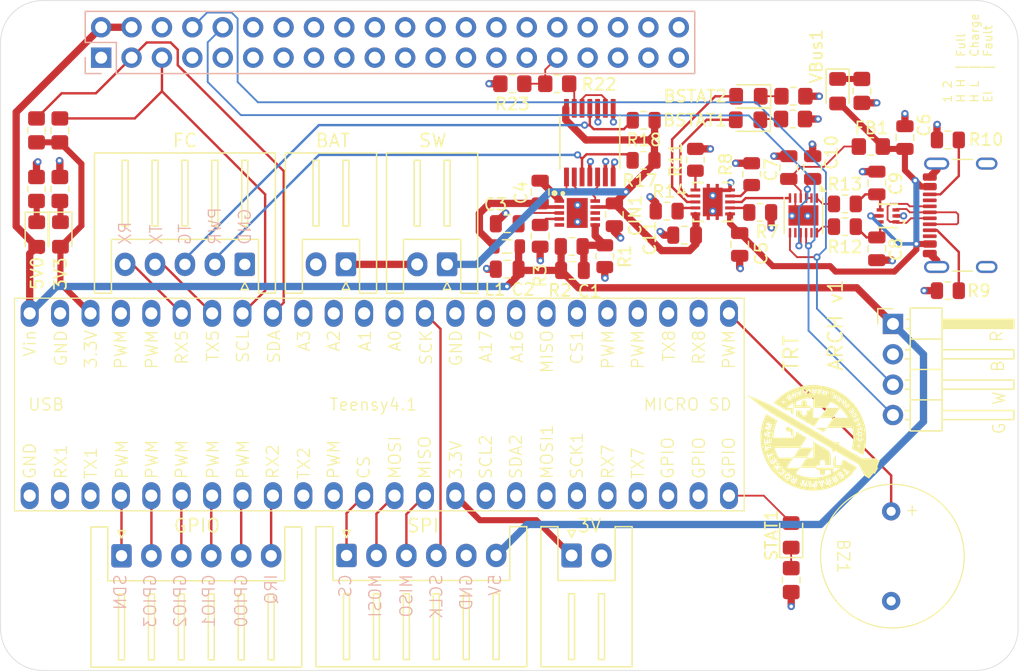
<source format=kicad_pcb>
(kicad_pcb (version 20240108) (generator "pcbnew") (generator_version "8.0")
  (layers (0 "F.Cu" signal) (1 "In1.Cu" signal) (2 "In2.Cu" signal) (31 "B.Cu" signal) (34 "B.Paste" user) (35 "F.Paste" user) (36 "B.SilkS" user "B.Silkscreen") (37 "F.SilkS" user "F.Silkscreen") (38 "B.Mask" user) (39 "F.Mask" user) (44 "Edge.Cuts" user))
  (net 0 "")
  (net 1 "Net-(BZ1--)")
  (net 2 "GND")
  (net 3 "Net-(U1-FB)")
  (net 4 "+5V")
  (net 5 "Net-(U1-INTVCC)")
  (net 6 "Net-(U1-BST)")
  (net 7 "Net-(U1-SW)")
  (net 8 "VBUS")
  (net 9 "Net-(U4-VCC)")
  (net 10 "D+")
  (net 11 "D-")
  (net 12 "Net-(U4-3V3OUT)")
  (net 13 "VBAT")
  (net 14 "GPIO2")
  (net 15 "SDA1")
  (net 16 "MOSI")
  (net 17 "GPIO3")
  (net 18 "SCL1")
  (net 19 "SDN")
  (net 20 "GPIO1")
  (net 21 "IRQ")
  (net 22 "CS")
  (net 23 "GPIO0")
  (net 24 "MISO")
  (net 42 "RXD")
  (net 45 "TXD")
  (net 52 "SCLK")
  (net 53 "+3.3V")
  (net 54 "Net-(J10-D--PadA7)")
  (net 55 "Net-(J10-CC2)")
  (net 56 "Net-(J10-CC1)")
  (net 57 "Net-(J10-D+-PadA6)")
  (net 60 "Net-(U1-RT)")
  (net 61 "Net-(U2-ISET)")
  (net 62 "Net-(U2-TS)")
  (net 63 "Net-(U2-CHM_TMR)")
  (net 64 "Net-(U4-USBDP)")
  (net 65 "Net-(U4-USBDM)")
  (net 66 "Net-(U2-VSET)")
  (net 70 "PWR_EN")
  (net 71 "BSTAT1")
  (net 72 "BSTAT2")
  (net 75 "Net-(VBus1-K)")
  (net 100 "PWR")
  (net 101 "IN_TG")
  (net 102 "EN")
  (net 103 "Net-(U5-D2)")
  (net 104 "TG")
  (net 105 "Net-(U5-D1)")
  (net 106 "TXC")
  (net 107 "RXC")
  (net 110 "Net-(BSTAT1-K)")
  (net 111 "Net-(BSTAT2-K)")
  (net 112 "+3.3V1")
  (net 113 "Net-(STAT1-K)")
  (net 114 "STAT1")
  (net 115 "Net-(3V3-K)")
  (net 116 "Net-(5V0-K)")
  (net 117 "Net-(U5-Q2)")
  (net 118 "Net-(J4-Pin_2)")
  (footprint "Avionics:FT234XD" (layer "F.Cu") (at 171.87 85.97 -90)
    (property "Reference" "U4" (hide yes))
    (property "Value" "FT234XD" (hide yes))
  )
  (footprint "Resistor_SMD:R_0805_2012Metric_Pad1.20x1.40mm_HandSolder" (layer "F.Cu") (at 171.03 76.005)
    (property "Reference" "R19" (hide yes))
    (property "Value" "2k" (hide yes))
  )
  (footprint "Resistor_SMD:R_0805_2012Metric_Pad1.20x1.40mm_HandSolder" (layer "F.Cu") (at 177.5 80.21)
    (property "Reference" "FB1")
    (property "Value" "FerriteBead" (hide yes))
  )
  (footprint "Resistor_SMD:R_0805_2012Metric" (layer "F.Cu") (at 158.525 78.015 180)
    (property "Reference" "R18")
    (property "Value" "100k" (hide yes))
  )
  (footprint "Connector_JST:JST_XH_S2B-XH-A_1x02_P2.50mm_Horizontal" (layer "F.Cu") (at 152.5 114.4)
    (property "Reference" "J8" (hide yes))
    (property "Value" "Conn_01x02_Pin" (hide yes))
  )
  (footprint "Connector_JST:JST_XH_S2B-XH-A_1x02_P2.50mm_Horizontal" (layer "F.Cu") (at 142.1 90.06 180)
    (property "Reference" "J4" (hide yes))
    (property "Value" "Conn_01x02" (hide yes))
  )
  (footprint "Connector_JST:JST_XH_S6B-XH-A_1x06_P2.50mm_Horizontal" (layer "F.Cu") (at 114.9 114.425)
    (property "Reference" "J9" (hide yes))
    (property "Value" "Conn_01x06_Pin" (hide yes))
  )
  (footprint "Resistor_SMD:R_0805_2012Metric_Pad1.20x1.40mm_HandSolder" (layer "F.Cu") (at 176.75 75.56 -90)
    (property "Reference" "R5" (hide yes))
    (property "Value" "2k" (hide yes))
  )
  (footprint "LED_SMD:LED_0805_2012Metric_Pad1.15x1.40mm_HandSolder" (layer "F.Cu") (at 167.275 76.01 180)
    (property "Reference" "BSTAT2")
    (property "Value" "LED" (hide yes))
  )
  (footprint "Resistor_SMD:R_0805_2012Metric" (layer "F.Cu") (at 183.9375 92.26)
    (property "Reference" "R9")
    (property "Value" "5.1k" (hide yes))
  )
  (footprint "Resistor_SMD:R_0805_2012Metric_Pad1.20x1.40mm_HandSolder" (layer "F.Cu") (at 151.3 74.96 180)
    (property "Reference" "R22")
    (property "Value" "13k" (hide yes))
  )
  (footprint "Resistor_SMD:R_0805_2012Metric_Pad1.20x1.40mm_HandSolder" (layer "F.Cu") (at 109.75 78.86 90)
    (property "Reference" "R6" (hide yes))
    (property "Value" "4.7k" (hide yes))
  )
  (footprint "LED_SMD:LED_0805_2012Metric_Pad1.15x1.40mm_HandSolder" (layer "F.Cu") (at 174.725 75.5875 -90)
    (property "Reference" "VBus1")
    (property "Value" "LED" (hide yes))
  )
  (footprint "Capacitor_SMD:C_0805_2012Metric" (layer "F.Cu") (at 178 88.76 90)
    (property "Reference" "C8")
    (property "Value" "47pF" (hide yes))
  )
  (footprint "Connector_JST:JST_XH_S5B-XH-A_1x05_P2.50mm_Horizontal" (layer "F.Cu") (at 125.2 90.06 180)
    (property "Reference" "J1" (hide yes))
    (property "Value" "Conn_01x05_Pin" (hide yes))
  )
  (footprint "Resistor_SMD:R_0805_2012Metric" (layer "F.Cu") (at 168.2575 85.72 180)
    (property "Reference" "R7")
    (property "Value" "390" (hide yes))
  )
  (footprint "Resistor_SMD:R_0805_2012Metric" (layer "F.Cu") (at 175.3325 85.01)
    (property "Reference" "R13")
    (property "Value" "27" (hide yes))
  )
  (footprint "Connector_USB:USB_C_Receptacle_GCT_USB4105-xx-A_16P_TopMnt_Horizontal" (layer "F.Cu") (at 186.105 85.96 90)
    (property "Reference" "J10" (hide yes))
    (property "Value" "USB_C_Receptacle_USB2.0_16P" (hide yes))
  )
  (footprint "Capacitor_SMD:C_0805_2012Metric" (layer "F.Cu") (at 149.875 84.015 90)
    (property "Reference" "C4")
    (property "Value" ".1uF" (hide yes))
  )
  (footprint "Resistor_SMD:R_0805_2012Metric_Pad1.20x1.40mm_HandSolder" (layer "F.Cu") (at 107.8 78.86 -90)
    (property "Reference" "R4" (hide yes))
    (property "Value" "4.7k" (hide yes))
  )
  (footprint "Resistor_SMD:R_0805_2012Metric_Pad1.20x1.40mm_HandSolder" (layer "F.Cu") (at 147.55 74.96 180)
    (property "Reference" "R23")
    (property "Value" "8.2k" (hide yes))
  )
  (footprint "Resistor_SMD:R_0805_2012Metric_Pad1.20x1.40mm_HandSolder" (layer "F.Cu") (at 171 77.91)
    (property "Reference" "R20" (hide yes))
    (property "Value" "2k" (hide yes))
  )
  (footprint "MountingHole:MountingHole_3.2mm_M3" (layer "F.Cu") (at 108.3 120.51)
    (property "Reference" "H3" (hide yes))
    (property "Value" "MountingHole" (hide yes))
  )
  (footprint "Resistor_SMD:R_0805_2012Metric_Pad1.20x1.40mm_HandSolder" (layer "F.Cu") (at 107.8 83.76 90)
    (property "Reference" "R16" (hide yes))
    (property "Value" "2k" (hide yes))
  )
  (footprint "Resistor_SMD:R_0805_2012Metric_Pad1.20x1.40mm_HandSolder" (layer "F.Cu") (at 170.85 116.46 -90)
    (property "Reference" "R21" (hide yes))
    (property "Value" "2k" (hide yes))
  )
  (footprint "Avionics:VSON10_BQ25171_3X3_TEX" (layer "F.Cu") (at 164.2928 84.844748 180)
    (property "Reference" "U2" (hide yes))
    (property "Value" "BQ25171QWDRCRQ1" (hide yes))
  )
  (footprint "Connector_PinHeader_2.54mm:PinHeader_1x04_P2.54mm_Horizontal" (layer "F.Cu") (at 179.35 95.04)
    (property "Reference" "J6" (hide yes))
    (property "Value" "Conn_01x04_Pin" (hide yes))
  )
  (footprint "Resistor_SMD:R_0805_2012Metric_Pad1.20x1.40mm_HandSolder" (layer "F.Cu") (at 109.75 83.76 90)
    (property "Reference" "R15" (hide yes))
    (property "Value" "2k" (hide yes))
  )
  (footprint "MountingHole:MountingHole_3.2mm_M3" (layer "F.Cu") (at 166.3 120.51)
    (property "Reference" "H4" (hide yes))
    (property "Value" "MountingHole" (hide yes))
  )
  (footprint "LED_SMD:LED_0805_2012Metric_Pad1.15x1.40mm_HandSolder" (layer "F.Cu") (at 109.8 87.56 -90)
    (property "Reference" "3V3")
    (property "Value" "LED" (hide yes))
  )
  (footprint "Capacitor_SMD:C_0805_2012Metric" (layer "F.Cu") (at 147.125 86.665 180)
    (property "Reference" "C3")
    (property "Value" "1uF" (hide yes))
  )
  (footprint "Avionics:CD4013BPWR" (layer "F.Cu") (at 154.025 79.885 90)
    (property "Reference" "U5" (hide yes))
    (property "Value" "CD4013BPWR" (hide yes))
  )
  (footprint "Capacitor_SMD:C_0805_2012Metric" (layer "F.Cu") (at 170.645 81.97 -90)
    (property "Reference" "C7")
    (property "Value" "4.7u" (hide yes))
  )
  (footprint "Avionics:USBLC6-2P6" (layer "F.Cu") (at 178.9396 86.010001 180)
    (property "Reference" "U3" (hide yes))
    (property "Value" "USBLC6-2P6")
  )
  (footprint "MountingHole:MountingHole_3.2mm_M3" (layer "F.Cu") (at 166.3 71.51)
    (property "Reference" "H2" (hide yes))
    (property "Value" "MountingHole" (hide yes))
  )
  (footprint "MountingHole:MountingHole_3.2mm_M3" (layer "F.Cu") (at 108.3 71.51)
    (property "Reference" "H1" (hide yes))
    (property "Value" "MountingHole" (hide yes))
  )
  (footprint "Resistor_SMD:R_0805_2012Metric" (layer "F.Cu") (at 160.445 85.61 180)
    (property "Reference" "R14")
    (property "Value" "3k6" (hide yes))
  )
  (footprint "Resistor_SMD:R_0805_2012Metric" (layer "F.Cu") (at 155.275 89.3775 90)
    (property "Reference" "R1")
    (property "Value" "187kΩ" (hide yes))
  )
  (footprint "Connector_JST:JST_XH_S2B-XH-A_1x02_P2.50mm_Horizontal" (layer "F.Cu") (at 133.65 90.06 180)
    (property "Reference" "J7" (hide yes))
    (property "Value" "Conn_01x02" (hide yes))
  )
  (footprint "Avionics:LT8609AEDDM-5#TRPBF" (layer "F.Cu") (at 152.975 85.765)
    (property "Reference" "U1" (hide yes))
    (property "Value" "LT8609AEDDM-5#TRPBF" (hide yes))
  )
  (footprint "Avionics:Adafruit_5V_Buzzer" (layer "F.Cu") (at 174.7 114.46 -90)
    (property "Reference" "BZ1")
    (property "Value" "Buzzer" (hide yes))
  )
  (footprint "Resistor_SMD:R_0805_2012Metric" (layer "F.Cu") (at 149.875 87.6775 -90)
    (property "Reference" "R3")
    (property "Value" "18.2kΩ" (hide yes))
  )
  (footprint "Capacitor_SMD:C_0805_2012Metric" (layer "F.Cu") (at 147.125 90.465)
    (property "Reference" "C2")
    (property "Value" "22uF" (hide yes))
  )
  (footprint "LED_SMD:LED_0805_2012Metric_Pad1.15x1.40mm_HandSolder" (layer "F.Cu") (at 107.815 87.565 -90)
    (property "Reference" "5V0")
    (property "Value" "LED" (hide yes))
  )
  (footprint "Capacitor_SMD:C_0805_2012Metric" (layer "F.Cu") (at 161.945 87.62)
    (property "Reference" "C11")
    (property "Value" "1uF" (hide yes))
  )
  (footprint "Avionics:LOGO" (layer "F.Cu") (at 172.205512 104.559661 90)
    (property "Reference" "G***" (hide yes))
    (property "Value" "LOGO" (hide yes))
  )
  (footprint "Resistor_SMD:R_0805_2012Metric" (layer "F.Cu") (at 183.9375 79.66)
    (property "Reference" "R10")
    (property "Value" "5.1k" (hide yes))
  )
  (footprint "Capacitor_SMD:C_0805_2012Metric" (layer "F.Cu") (at 172.645 81.97 -90)
    (property "Reference" "C10")
    (property "Value" "100n" (hide yes))
  )
  (footprint "Connector_JST:JST_XH_S6B-XH-A_1x06_P2.50mm_Horizontal" (layer "F.Cu") (at 133.7 114.4)
    (property "Reference" "J3" (hide yes))
    (property "Value" "Conn_01x06_Pin" (hide yes))
  )
  (footprint "Resistor_SMD:R_0805_2012Metric" (layer "F.Cu") (at 158.5125 81.365 180)
    (property "Reference" "R17")
    (property "Value" "100k" (hide yes))
  )
  (footprint "Capacitor_SMD:C_0805_2012Metric" (layer "F.Cu") (at 180.35 79.46 -90)
    (property "Reference" "C6")
    (property "Value" "10nF" (hide yes))
  )
  (footprint "LED_SMD:LED_0805_2012Metric_Pad1.15x1.40mm_HandSolder" (layer "F.Cu") (at 170.845 112.715 90)
    (property "Reference" "STAT1")
    (property "Value" "LED" (hide yes))
  )
  (footprint "Avionics:Teensy_4.1_Compact" (layer "F.Cu") (at 136.44 101.78 90)
    (property "Reference" "Teensy4.1")
    (property "Value" "~")
  )
  (footprint "Capacitor_SMD:C_0805_2012Metric" (layer "F.Cu") (at 152.575 90.565 180)
    (property "Reference" "C1")
    (property "Value" "10pF" (hide yes))
  )
  (footprint "Resistor_SMD:R_0805_2012Metric" (layer "F.Cu") (at 175.3325 86.91)
    (property "Reference" "R12")
    (property "Value" "27" (hide yes))
  )
  (footprint "Capacitor_SMD:C_0805_2012Metric" (layer "F.Cu") (at 166.545 88.395 90)
    (property "Reference" "C5")
    (property "Value" "1uF" (hide yes))
  )
  (footprint "Resistor_SMD:R_0805_2012Metric" (layer "F.Cu") (at 167.545 82.52 90)
    (property "Reference" "R8")
    (property "Value" "10k" (hide yes))
  )
  (footprint "LED_SMD:LED_0805_2012Metric_Pad1.15x1.40mm_HandSolder" (layer "F.Cu") (at 167.245 77.975 180)
    (property "Reference" "BSTAT1")
    (property "Value" "LED" (hide yes))
  )
  (footprint "Resistor_SMD:R_0805_2012Metric" (layer "F.Cu") (at 162.845 81.32 90)
    (property "Reference" "R11")
    (property "Value" "100k" (hide yes))
  )
  (footprint "Inductor_SMD:L_0805_2012Metric" (layer "F.Cu") (at 147.1125 88.565 180)
    (property "Reference" "L1")
    (property "Value" "2.2uH" (hide yes))
  )
  (footprint "Capacitor_SMD:C_0805_2012Metric" (layer "F.Cu") (at 178 83.26 -90)
    (property "Reference" "C9")
    (property "Value" "47pF" (hide yes))
  )
  (footprint "Resistor_SMD:R_0805_2012Metric" (layer "F.Cu") (at 152.5125 88.565 180)
    (property "Reference" "R2")
    (property "Value" "1MΩ" (hide yes))
  )
  (footprint "Capacitor_SMD:C_0805_2012Metric" (layer "F.Cu") (at 156.075 85.915 -90)
    (property "Reference" "CIN1")
    (property "Value" "4.7uF" (hide yes))
  )
  (footprint "Connector_PinSocket_2.54mm:PinSocket_2x20_P2.54mm_Vertical" (layer "B.Cu") (at 113.2 72.78 -90)
    (property "Reference" "J2" (hide yes))
    (property "Value" "~" (hide yes))
  )
  (gr_arc (start 104.8 71.51) (mid 105.825126 69.035126) (end 108.3 68.01) (stroke (width 0.05)) (layer "Edge.Cuts"))
  (gr_line (start 186.3 68.01) (end 108.3 68.01) (stroke (width 0.05)) (layer "Edge.Cuts"))
  (gr_line (start 189.8 120.51) (end 189.8 71.51) (stroke (width 0.05)) (layer "Edge.Cuts"))
  (gr_line (start 104.8 71.51) (end 104.800001 120.509999) (stroke (width 0.05)) (layer "Edge.Cuts"))
  (gr_arc (start 108.300001 124.009999) (mid 105.825127 122.984873) (end 104.800001 120.509999) (stroke (width 0.05)) (layer "Edge.Cuts"))
  (gr_line (start 108.300001 124.009999) (end 186.3 124.01) (stroke (width 0.05)) (layer "Edge.Cuts"))
  (gr_arc (start 189.8 120.51) (mid 188.774874 122.984874) (end 186.3 124.01) (stroke (width 0.05)) (layer "Edge.Cuts"))
  (gr_arc (start 186.3 68.01) (mid 188.774874 69.035126) (end 189.8 71.51) (stroke (width 0.05)) (layer "Edge.Cuts"))
  (gr_text "GPIO0" (at 124.9 115.9 90) (layer "B.SilkS") (effects (font (size 1 1) (thickness 0.1)) (justify left mirror)))
  (gr_text "GND" (at 143.7 115.9 90) (layer "B.SilkS") (effects (font (size 1 1) (thickness 0.1)) (justify left mirror)))
  (gr_text "TG" (at 120.2 88.5 90) (layer "B.SilkS") (effects (font (size 1 1) (thickness 0.1)) (justify right mirror)))
  (gr_text "RX" (at 115.2 88.5 90) (layer "B.SilkS") (effects (font (size 1 1) (thickness 0.1)) (justify right mirror)))
  (gr_text "SDN" (at 114.8 115.9 90) (layer "B.SilkS") (effects (font (size 1 1) (thickness 0.1)) (justify left mirror)))
  (gr_text "MISO" (at 138.7 115.9 90) (layer "B.SilkS") (effects (font (size 1 1) (thickness 0.1)) (justify left mirror)))
  (gr_text "MOSI" (at 136.1 115.9 90) (layer "B.SilkS") (effects (font (size 1 1) (thickness 0.1)) (justify left mirror)))
  (gr_text "CS" (at 133.6 115.9 90) (layer "B.SilkS") (effects (font (size 1 1) (thickness 0.1)) (justify left mirror)))
  (gr_text "GND" (at 125.2 88.5 90) (layer "B.SilkS") (effects (font (size 1 1) (thickness 0.1)) (justify right mirror)))
  (gr_text "PWR" (at 122.7 88.5 90) (layer "B.SilkS") (effects (font (size 1 1) (thickness 0.1)) (justify right mirror)))
  (gr_text "SCLK" (at 141.2 115.9 90) (layer "B.SilkS") (effects (font (size 1 1) (thickness 0.1)) (justify left mirror)))
  (gr_text "5V" (at 146.1 115.9 90) (layer "B.SilkS") (effects (font (size 1 1) (thickness 0.1)) (justify left mirror)))
  (gr_text "IRQ" (at 127.4 115.9 90) (layer "B.SilkS") (effects (font (size 1 1) (thickness 0.1)) (justify left mirror)))
  (gr_text "GPIO2" (at 119.8 115.9 90) (layer "B.SilkS") (effects (font (size 1 1) (thickness 0.1)) (justify left mirror)))
  (gr_text "TX\n" (at 117.8 88.5 90) (layer "B.SilkS") (effects (font (size 1 1) (thickness 0.1)) (justify right mirror)))
  (gr_text "GPIO3" (at 117.3 115.9 90) (layer "B.SilkS") (effects (font (size 1 1) (thickness 0.1)) (justify left mirror)))
  (gr_text "GPIO1" (at 122.2 115.9 90) (layer "B.SilkS") (effects (font (size 1 1) (thickness 0.1)) (justify left mirror)))
  (gr_text "G" (at 188.8 103.21 90) (layer "F.SilkS") (effects (font (size 1 1) (thickness 0.1)) (justify right bottom)))
  (gr_text "B" (at 188.7 98.01 90) (layer "F.SilkS") (effects (font (size 1 1) (thickness 0.1)) (justify right bottom)))
  (gr_text "1 2\nH H	| Full\nH L	| Charge\nEl	| Fault" (at 187.7 76.61 90) (layer "F.SilkS") (effects (font (size 0.7 0.7) (thickness 0.1)) (justify left bottom)))
  (gr_text "TRT\n" (at 171.55 99.11 90) (layer "F.SilkS") (effects (font (size 1.2 1.2)) (justify left bottom)))
  (gr_text "3V\n" (at 154 111.91 0) (layer "F.SilkS") (effects (font (size 1.1 1.1) (thickness 0.13))))
  (gr_text "SW\n" (at 140.9 79.71 0) (layer "F.SilkS") (effects (font (size 1.1 1.1) (thickness 0.13))))
  (gr_text "R" (at 188.6 95.51 90) (layer "F.SilkS") (effects (font (size 1 1) (thickness 0.1)) (justify right bottom)))
  (gr_text "ARCH v1" (at 175.25 99.06 90) (layer "F.SilkS") (effects (font (size 1.2 1.2)) (justify left bottom)))
  (gr_text "SPI" (at 140.1 111.91 0) (layer "F.SilkS") (effects (font (size 1.1 1.1) (thickness 0.13))))
  (gr_text "GPIO" (at 121.2 111.91 0) (layer "F.SilkS") (effects (font (size 1.1 1.1) (thickness 0.13))))
  (gr_text "BAT" (at 132.55 79.71 0) (layer "F.SilkS") (effects (font (size 1.1 1.1) (thickness 0.13))))
  (gr_text "W" (at 188.8 100.61 90) (layer "F.SilkS") (effects (font (size 1 1) (thickness 0.1)) (justify right bottom)))
  (gr_text "FC" (at 120.2 79.71 0) (layer "F.SilkS") (effects (font (size 1.1 1.1) (thickness 0.13))))
  (segment (start 165.65 94.16) (end 179.2 107.71) (width 0.2) (layer "F.Cu") (net 1))
  (segment (start 179.2 107.71) (end 179.2 110.71) (width 0.2) (layer "F.Cu") (net 1))
  (segment (start 152.975 85.135) (end 153 85.11) (width 0.6096) (layer "F.Cu") (net 2))
  (segment (start 169.17 86.98) (end 169.2 87.01) (width 0.6096) (layer "F.Cu") (net 2))
  (segment (start 176.75 76.56) (end 178 76.56) (width 0.6096) (layer "F.Cu") (net 2))
  (segment (start 159.5325 85.61) (end 159.5325 84.8925) (width 0.6096) (layer "F.Cu") (net 2))
  (segment (start 171.87 85.97) (end 172.1838 85.97) (width 0.1524) (layer "F.Cu") (net 2))
  (segment (start 171.195 84.52) (end 171.195 85.295) (width 0.1524) (layer "F.Cu") (net 2))
  (segment (start 155.325 81.485) (end 155.35 81.46) (width 0.3048) (layer "F.Cu") (net 2))
  (segment (start 146.175 90.465) (end 145.455 90.465) (width 0.6096) (layer "F.Cu") (net 2))
  (segment (start 109.75 81.425) (end 109.715 81.39) (width 0.6096) (layer "F.Cu") (net 2))
  (segment (start 154.675 77.015) (end 154.675 78.135) (width 0.3048) (layer "F.Cu") (net 2))
  (segment (start 173.195 76.005) (end 173.2 76.01) (width 0.6096) (layer "F.Cu") (net 2))
  (segment (start 172.645 80.055) (end 172.6 80.01) (width 0.6096) (layer "F.Cu") (net 2))
  (segment (start 156.075 86.865) (end 156.075 87.335) (width 0.6096) (layer "F.Cu") (net 2))
  (segment (start 154.675 78.135) (end 154.7 78.16) (width 0.3048) (layer "F.Cu") (net 2))
  (segment (start 164.2928 84.844748) (end 164.2928 85.602023) (width 0.3048) (layer "F.Cu") (net 2))
  (segment (start 172.645 81.02) (end 172.645 80.055) (width 0.6096) (layer "F.Cu") (net 2))
  (segment (start 107.8 82.76) (end 107.8 81.605) (width 0.6096) (layer "F.Cu") (net 2))
  (segment (start 183.025 92.26) (end 181.95 92.26) (width 0.6096) (layer "F.Cu") (net 2))
  (segment (start 154.025 82.755) (end 154.025 81.509265) (width 0.3048) (layer "F.Cu") (net 2))
  (segment (start 107.8 81.605) (end 107.915 81.49) (width 0.6096) (layer "F.Cu") (net 2))
  (segment (start 165.7406 83.844496) (end 165.7406 83.2694) (width 0.3048) (layer "F.Cu") (net 2))
  (segment (start 155.975 78.135) (end 156 78.16) (width 0.3048) (layer "F.Cu") (net 2))
  (segment (start 146.175 86.665) (end 146.175 86.5996) (width 0.6096) (layer "F.Cu") (net 2))
  (segment (start 164.2928 85.602023) (end 164.299017 85.60824) (width 0.3048) (layer "F.Cu") (net 2))
  (segment (start 183 90.28) (end 183 89.735) (width 0.6096) (layer "F.Cu") (net 2))
  (segment (start 160.21 87.62) (end 159.9 87.31) (width 0.6096) (layer "F.Cu") (net 2))
  (segment (start 172.03 76.005) (end 173.195 76.005) (width 0.6096) (layer "F.Cu") (net 2))
  (segment (start 183.025 82.1552) (end 182.425 82.7552) (width 0.6096) (layer "F.Cu") (net 2))
  (segment (start 146.55 74.96) (end 145.6 74.96) (width 0.6096) (layer "F.Cu") (net 2))
  (segment (start 145.455 90.465) (end 145.4 90.41) (width 0.6096) (layer "F.Cu") (net 2))
  (segment (start 178 89.71) (end 179.25 89.71) (width 0.6096) (layer "F.Cu") (net 2))
  (segment (start 152.975 85.765) (end 152.975 85.135) (width 0.6096) (layer "F.Cu") (net 2))
  (segment (start 160.995 87.62) (end 160.21 87.62) (width 0.6096) (layer "F.Cu") (net 2))
  (segment (start 178 82.31) (end 176.8 82.31) (width 0.6096) (layer "F.Cu") (net 2))
  (segment (start 166.545 89.345) (end 166.545 90.355) (width 0.6096) (layer "F.Cu") (net 2))
  (segment (start 159.5325 84.8925) (end 159.05 84.41) (width 0.6096) (layer "F.Cu") (net 2))
  (segment (start 170.85 117.46) (end 170.85 118.66) (width 0.6096) (layer "F.Cu") (net 2))
  (segment (start 149.875 89.7304) (end 149.9 89.7554) (width 0.6096) (layer "F.Cu") (net 2))
  (segment (start 155.325 82.755) (end 155.325 81.485) (width 0.3048) (layer "F.Cu") (net 2))
  (segment (start 165.7406 83.844496) (end 165.719874 83.865222) (width 0.3048) (layer "F.Cu") (net 2))
  (segment (start 156.075 87.335) (end 156.6 87.86) (width 0.6096) (layer "F.Cu") (net 2))
  (segment (start 183.025 79.66) (end 183.025 78.385) (width 0.6096) (layer "F.Cu") (net 2))
  (segment (start 171.195 85.295) (end 171.87 85.97) (width 0.1524) (layer "F.Cu") (net 2))
  (segment (start 166.545 90.355) (end 166.6 90.41) (width 0.6096) (layer "F.Cu") (net 2))
  (segment (start 155.975 82.755) (end 155.975 81.635) (width 0.3048) (layer "F.Cu") (net 2))
  (segment (start 164.2928 84.3172) (end 164.3 84.31) (width 0.3048) (layer "F.Cu") (net 2))
  (segment (start 169.17 85.72) (end 169.17 86.98) (width 0.6096) (layer "F.Cu") (net 2))
  (segment (start 167.545 81.6075) (end 166.2025 81.6075) (width 0.6096) (layer "F.Cu") (net 2))
  (segment (start 169.41 81.02) (end 169.4 81.01) (width 0.6096) (layer "F.Cu") (net 2))
  (segment (start 152.975 86.485) (end 153 86.51) (width 0.6096) (layer "F.Cu") (net 2))
  (segment (start 164.2928 84.844748) (end 164.2928 84.3172) (width 0.3048) (layer "F.Cu") (net 2))
  (segment (start 183.025 78.385) (end 183.05 78.36) (width 0.6096) (layer "F.Cu") (net 2))
  (segment (start 154.025 81.509265) (end 154.074265 81.46) (width 0.3048) (layer "F.Cu") (net 2))
  (segment (start 146.175 86.5996) (end 147 85.7746) (width 0.6096) (layer "F.Cu") (net 2))
  (segment (start 149.875 88.59) (end 149.875 89.7304) (width 0.6096) (layer "F.Cu") (net 2))
  (segment (start 162.845 80.4075) (end 164.0975 80.4075) (width 0.6096) (layer "F.Cu") (net 2))
  (segment (start 170.9588 85.97) (end 170.9188 86.01) (width 0.1524) (layer "F.Cu") (net 2))
  (segment (start 155.275 90.29) (end 155.275 91.185) (width 0.6096) (layer "F.Cu") (net 2))
  (segment (start 166.2025 81.6075) (end 166.2 81.61) (width 0.6096) (layer "F.Cu") (net 2))
  (segment (start 182.4298 89.1648) (end 182.425 89.1648) (width 0.6096) (layer "F.Cu") (net 2))
  (segment (start 179.6 86.010001) (end 180.238779 86.010001) (width 0.3) (layer "F.Cu") (net 2))
  (segment (start 155.975 81.635) (end 156.1 81.51) (width 0.3048) (layer "F.Cu") (net 2))
  (segment (start 172 77.91) (end 173.1 77.91) (width 0.6096) (layer "F.Cu") (net 2))
  (segment (start 180.35 78.51) (end 180.35 77.46) (width 0.6096) (layer "F.Cu") (net 2))
  (segment (start 165.719874 83.865222) (end 165.070759 83.865222) (width 0.3048) (layer "F.Cu") (net 2))
  (segment (start 109.75 82.76) (end 109.75 81.425) (width 0.6096) (layer "F.Cu") (net 2))
  (segment (start 155.975 77.015) (end 155.975 78.135) (width 0.3048) (layer "F.Cu") (net 2))
  (segment (start 170.645 81.02) (end 169.41 81.02) (width 0.6096) (layer "F.Cu") (net 2))
  (segment (start 172.1838 85.97) (end 172.2238 86.01) (width 0.1524) (layer "F.Cu") (net 2))
  (segment (start 164.0975 80.4075) (end 164.1 80.41) (width 0.6096) (layer "F.Cu") (net 2))
  (segment (start 165.7406 83.2694) (end 165.8 83.21) (width 0.3048) (layer "F.Cu") (net 2))
  (segment (start 179.25 89.71) (end 179.3 89.76) (width 0.6096) (layer "F.Cu") (net 2))
  (segment (start 152.975 85.765) (end 152.975 86.485) (width 0.6096) (layer "F.Cu") (net 2))
  (segment (start 155.275 91.185) (end 155.3 91.21) (width 0.6096) (layer "F.Cu") (net 2))
  (segment (start 171.87 85.97) (end 170.9588 85.97) (width 0.1524) (layer "F.Cu") (net 2))
  (segment (start 183 89.735) (end 182.4298 89.1648) (width 0.6096) (layer "F.Cu") (net 2))
  (via (at 156 78.16) (size 0.6) (drill 0.3) (layers "F.Cu" "B.Cu") (net 2))
  (via (at 153 85.11) (size 0.6) (drill 0.3) (layers "F.Cu" "B.Cu") (net 2))
  (via (at 170.9188 86.01) (size 0.6) (drill 0.3) (layers "F.Cu" "B.Cu") (net 2))
  (via (at 154.074265 81.46) (size 0.6) (drill 0.3) (layers "F.Cu" "B.Cu") (net 2))
  (via (at 181.95 92.26) (size 0.6) (drill 0.3) (layers "F.Cu" "B.Cu") (net 2))
  (via (at 147 85.7746) (size 0.6) (drill 0.3) (layers "F.Cu" "B.Cu") (net 2))
  (via (at 169.2 87.01) (size 0.6) (drill 0.3) (layers "F.Cu" "B.Cu") (net 2))
  (via (at 180.35 77.46) (size 0.6) (drill 0.3) (layers "F.Cu" "B.Cu") (net 2))
  (via (at 153 86.51) (size 0.6) (drill 0.3) (layers "F.Cu" "B.Cu") (net 2))
  (via (at 176.8 82.31) (size 0.6) (drill 0.3) (layers "F.Cu" "B.Cu") (net 2))
  (via (at 180.238779 86.010001) (size 0.6) (drill 0.3) (layers "F.Cu" "B.Cu") (net 2))
  (via (at 164.3 84.31) (size 0.6) (drill 0.3) (layers "F.Cu" "B.Cu") (net 2))
  (via (at 155.35 81.46) (size 0.6) (drill 0.3) (layers "F.Cu" "B.Cu") (net 2))
  (via (at 159.05 84.41) (size 0.6) (drill 0.3) (layers "F.Cu" "B.Cu") (net 2))
  (via (at 173.1 77.91) (size 0.6) (drill 0.3) (layers "F.Cu" "B.Cu") (net 2))
  (via (at 145.4 90.41) (size 0.6) (drill 0.3) (layers "F.Cu" "B.Cu") (net 2))
  (via (at 164.299017 85.60824) (size 0.6) (drill 0.3) (layers "F.Cu" "B.Cu") (net 2))
  (via (at 165.8 83.21) (size 0.6) (drill 0.3) (layers "F.Cu" "B.Cu") (net 2))
  (via (at 145.6 74.96) (size 0.6) (drill 0.3) (layers "F.Cu" "B.Cu") (net 2))
  (via (at 156.1 81.51) (size 0.6) (drill 0.3) (layers "F.Cu" "B.Cu") (net 2))
  (via (at 172.2238 86.01) (size 0.6) (drill 0.3) (layers "F.Cu" "B.Cu") (net 2))
  (via (at 170.85 118.66) (size 0.6) (drill 0.3) (layers "F.Cu" "B.Cu") (net 2))
  (via (at 107.915 81.49) (size 0.6) (drill 0.3) (layers "F.Cu" "B.Cu") (net 2))
  (via (at 166.2 81.61) (size 0.6) (drill 0.3) (layers "F.Cu" "B.Cu") (net 2))
  (via (at 178 76.56) (size 0.6) (drill 0.3) (layers "F.Cu" "B.Cu") (net 2))
  (via (at 155.3 91.21) (size 0.6) (drill 0.3) (layers "F.Cu" "B.Cu") (net 2))
  (via (at 166.6 90.41) (size 0.6) (drill 0.3) (layers "F.Cu" "B.Cu") (net 2))
  (via (at 173.2 76.01) (size 0.6) (drill 0.3) (layers "F.Cu" "B.Cu") (net 2))
  (via (at 172.6 80.01) (size 0.6) (drill 0.3) (layers "F.Cu" "B.Cu") (net 2))
  (via (at 109.715 81.39) (size 0.6) (drill 0.3) (layers "F.Cu" "B.Cu") (net 2))
  (via (at 183.05 78.36) (size 0.6) (drill 0.3) (layers "F.Cu" "B.Cu") (net 2))
  (via (at 179.3 89.76) (size 0.6) (drill 0.3) (layers "F.Cu" "B.Cu") (net 2))
  (via (at 156.6 87.86) (size 0.6) (drill 0.3) (layers "F.Cu" "B.Cu") (net 2))
  (via (at 169.4 81.01) (size 0.6) (drill 0.3) (layers "F.Cu" "B.Cu") (net 2))
  (via (at 159.9 87.31) (size 0.6) (drill 0.3) (layers "F.Cu" "B.Cu") (net 2))
  (via (at 149.9 89.7554) (size 0.6) (drill 0.3) (layers "F.Cu" "B.Cu") (net 2))
  (via (at 154.7 78.16) (size 0.6) (drill 0.3) (layers "F.Cu" "B.Cu") (net 2))
  (via (at 164.1 80.41) (size 0.6) (drill 0.3) (layers "F.Cu" "B.Cu") (net 2))
  (segment (start 155.275 88.465) (end 154.475 87.665) (width 0.6096) (layer "F.Cu") (net 3))
  (segment (start 154.475 87.665) (end 154.475 86.9198) (width 0.6096) (layer "F.Cu") (net 3))
  (segment (start 153.525 88.465) (end 153.425 88.565) (width 0.6096) (layer "F.Cu") (net 3))
  (segment (start 153.525 88.665) (end 153.425 88.565) (width 0.6096) (layer "F.Cu") (net 3))
  (segment (start 153.525 90.565) (end 153.525 88.665) (width 0.6096) (layer "F.Cu") (net 3))
  (segment (start 155.275 88.465) (end 153.525 88.465) (width 0.6096) (layer "F.Cu") (net 3))
  (segment (start 107.23 89.175) (end 107.815 88.59) (width 0.6096) (layer "F.Cu") (net 4))
  (segment (start 108.13 88.905) (end 107.815 88.59) (width 0.6096) (layer "F.Cu") (net 4))
  (segment (start 148.075 90.935) (end 148.075 90.465) (width 0.6096) (layer "F.Cu") (net 4))
  (segment (start 107.815 88.59) (end 106.1 86.875) (width 0.6096) (layer "F.Cu") (net 4))
  (segment (start 151.625 90.565) (end 151.625 88.59) (width 0.6096) (layer "F.Cu") (net 4))
  (segment (start 176.3296 92.0196) (end 153.0796 92.0196) (width 0.6096) (layer "F.Cu") (net 4))
  (segment (start 151.625 88.59) (end 151.6 88.565) (width 0.6096) (layer "F.Cu") (net 4))
  (segment (start 148.175 90.565) (end 148.075 90.465) (width 0.6096) (layer "F.Cu") (net 4))
  (segment (start 107.23 94.16) (end 107.23 89.175) (width 0.6096) (layer "F.Cu") (net 4))
  (segment (start 113.2 70.24) (end 115.74 70.24) (width 0.6096) (layer "F.Cu") (net 4))
  (segment (start 106.1 86.875) (end 106.1 77.34) (width 0.6096) (layer "F.Cu") (net 4))
  (segment (start 106.1 77.34) (end 113.2 70.24) (width 0.6096) (layer "F.Cu") (net 4))
  (segment (start 151.625 90.565) (end 148.175 90.565) (width 0.6096) (layer "F.Cu") (net 4))
  (segment (start 153.0796 92.0196) (end 151.625 90.565) (width 0.6096) (layer "F.Cu") (net 4))
  (segment (start 179.35 95.04) (end 176.3296 92.0196) (width 0.6096) (layer "F.Cu") (net 4))
  (segment (start 148.075 88.665) (end 148.175 88.565) (width 0.6096) (layer "F.Cu") (net 4))
  (segment (start 147.1 91.91) (end 148.075 90.935) (width 0.6096) (layer "F.Cu") (net 4))
  (segment (start 148.075 90.465) (end 148.075 88.665) (width 0.6096) (layer "F.Cu") (net 4))
  (via (at 147.1 91.91) (size 0.6) (drill 0.3) (layers "F.Cu" "B.Cu") (net 4))
  (segment (start 148.79 111.81) (end 146.2 114.4) (width 0.6096) (layer "B.Cu") (net 4))
  (segment (start 173.3 111.81) (end 148.79 111.81) (width 0.6096) (layer "B.Cu") (net 4))
  (segment (start 179.35 95.04) (end 181.9 97.59) (width 0.6096) (layer "B.Cu") (net 4))
  (segment (start 109.48 91.91) (end 107.23 94.16) (width 0.6096) (layer "B.Cu") (net 4))
  (segment (start 181.9 103.21) (end 173.3 111.81) (width 0.6096) (layer "B.Cu") (net 4))
  (segment (start 181.9 97.59) (end 181.9 103.21) (width 0.6096) (layer "B.Cu") (net 4))
  (segment (start 145.5 91.91) (end 147.1 91.91) (width 0.6096) (layer "B.Cu") (net 4))
  (segment (start 145.5 91.91) (end 109.48 91.91) (width 0.6096) (layer "B.Cu") (net 4))
  (segment (start 148.975 85.765) (end 151.475 85.765) (width 0.1524) (layer "F.Cu") (net 5))
  (segment (start 148.075 86.665) (end 148.975 85.765) (width 0.1524) (layer "F.Cu") (net 5))
  (segment (start 151.4202 84.6102) (end 151.475 84.6102) (width 0.6096) (layer "F.Cu") (net 6))
  (segment (start 149.875 83.065) (end 151.4202 84.6102) (width 0.6096) (layer "F.Cu") (net 6))
  (segment (start 150.175 85.265) (end 149.875 84.965) (width 0.3) (layer "F.Cu") (net 7))
  (segment (start 145.645 84.965) (end 149.875 84.965) (width 0.6096) (layer "F.Cu") (net 7))
  (segment (start 144.8 85.81) (end 145.645 84.965) (width 0.6096) (layer "F.Cu") (net 7))
  (segment (start 146.05 88.565) (end 144.8 87.315) (width 0.6096) (layer "F.Cu") (net 7))
  (segment (start 144.8 87.315) (end 144.8 85.81) (width 0.6096) (layer "F.Cu") (net 7))
  (segment (start 151.475 85.265) (end 150.175 85.265) (width 0.3) (layer "F.Cu") (net 7))
  (segment (start 178.2792 86.010001) (end 177.500001 86.010001) (width 0.3) (layer "F.Cu") (net 8))
  (segment (start 181.305 88.828106) (end 181.305 88.35) (width 0.508) (layer "F.Cu") (net 8))
  (segment (start 174.554 90.664) (end 179.469106 90.664) (width 0.508) (layer "F.Cu") (net 8))
  (segment (start 182.425 83.56) (end 181.715 83.56) (width 0.508) (layer "F.Cu") (net 8))
  (segment (start 174.9025 76.6125) (end 178.5 80.21) (width 0.508) (layer "F.Cu") (net 8))
  (segment (start 181.315 88.36) (end 181.305 88.35) (width 0.508) (layer "F.Cu") (net 8))
  (segment (start 178.7 80.41) (end 178.5 80.21) (width 0.508) (layer "F.Cu") (net 8))
  (segment (start 174.1 90.21) (end 169.31 90.21) (width 0.508) (layer "F.Cu") (net 8))
  (segment (start 181.205 83.05) (end 180.35 82.195) (width 0.508) (layer "F.Cu") (net 8))
  (segment (start 180.35 82.195) (end 180.35 80.41) (width 0.508) (layer "F.Cu") (net 8))
  (segment (start 177.500001 86.010001) (end 177.5 86.01) (width 0.3) (layer "F.Cu") (net 8))
  (segment (start 179.469106 90.664) (end 181.305 88.828106) (width 0.508) (layer "F.Cu") (net 8))
  (segment (start 174.725 76.6125) (end 174.9025 76.6125) (width 0.508) (layer "F.Cu") (net 8))
  (segment (start 180.35 80.41) (end 178.7 80.41) (width 0.508) (layer "F.Cu") (net 8))
  (segment (start 182.425 88.36) (end 181.315 88.36) (width 0.508) (layer "F.Cu") (net 8))
  (segment (start 174.1 90.21) (end 174.554 90.664) (width 0.508) (layer "F.Cu") (net 8))
  (segment (start 165.7406 86.6406) (end 165.7406 85.925874) (width 0.508) (layer "F.Cu") (net 8))
  (segment (start 169.31 90.21) (end 166.545 87.445) (width 0.508) (layer "F.Cu") (net 8))
  (segment (start 166.545 87.445) (end 165.7406 86.6406) (width 0.508) (layer "F.Cu") (net 8))
  (segment (start 181.715 83.56) (end 181.205 83.05) (width 0.508) (layer "F.Cu") (net 8))
  (via (at 181.305 88.35) (size 0.6) (drill 0.3) (layers "F.Cu" "B.Cu") (net 8))
  (via (at 177.5 86.01) (size 0.6) (drill 0.3) (layers "F.Cu" "B.Cu") (net 8))
  (via (at 181.205 83.05) (size 0.6) (drill 0.3) (layers "F.Cu" "B.Cu") (net 8))
  (segment (start 181.305 83.15) (end 181.205 83.05) (width 0.508) (layer "B.Cu") (net 8))
  (segment (start 177.5 86.01) (end 179.84 88.35) (width 0.3) (layer "B.Cu") (net 8))
  (segment (start 181.105 88.35) (end 181.305 88.35) (width 0.1524) (layer "B.Cu") (net 8))
  (segment (start 181.305 88.35) (end 181.305 83.15) (width 0.508) (layer "B.Cu") (net 8))
  (segment (start 179.84 88.35) (end 181.305 88.35) (width 0.3) (layer "B.Cu") (net 8))
  (segment (start 171.645 83.92) (end 171.645 84.52) (width 0.1524) (layer "F.Cu") (net 9))
  (segment (start 171.655 81.91) (end 173.578686 81.91) (width 0.1524) (layer "F.Cu") (net 9))
  (segment (start 175.278686 80.21) (end 176.5 80.21) (width 0.1524) (layer "F.Cu") (net 9))
  (segment (start 173.578686 81.91) (end 175.278686 80.21) (width 0.1524) (layer "F.Cu") (net 9))
  (segment (start 170.645 82.92) (end 171.655 81.91) (width 0.1524) (layer "F.Cu") (net 9))
  (segment (start 170.645 82.92) (end 171.645 83.92) (width 0.1524) (layer "F.Cu") (net 9))
  (segment (start 178.2792 86.51) (end 178.2792 87.5308) (width 0.2) (layer "F.Cu") (net 10))
  (segment (start 177.145 87.81) (end 176.245 86.91) (width 0.2) (layer "F.Cu") (net 10))
  (segment (start 178.2792 87.5308) (end 178 87.81) (width 0.2) (layer "F.Cu") (net 10))
  (segment (start 178 87.81) (end 177.145 87.81) (width 0.2) (layer "F.Cu") (net 10))
  (segment (start 176.445 86.61) (end 176.245 86.81) (width 0.2) (layer "F.Cu") (net 10))
  (segment (start 177.045 84.21) (end 176.245 85.01) (width 0.2) (layer "F.Cu") (net 11))
  (segment (start 178 84.21) (end 177.045 84.21) (width 0.2) (layer "F.Cu") (net 11))
  (segment (start 178.2792 84.4892) (end 178 84.21) (width 0.2) (layer "F.Cu") (net 11))
  (segment (start 176.445 85.11) (end 176.245 84.91) (width 0.2) (layer "F.Cu") (net 11))
  (segment (start 178.2792 85.510002) (end 178.2792 84.4892) (width 0.2) (layer "F.Cu") (net 11))
  (segment (start 178.2792 84.5392) (end 178 84.26) (width 0.2) (layer "F.Cu") (net 11))
  (segment (start 172.655 82.91) (end 172.645 82.92) (width 0.1524) (layer "F.Cu") (net 12))
  (segment (start 172.203889 83.361111) (end 172.645 82.92) (width 0.1524) (layer "F.Cu") (net 12))
  (segment (start 172.095 84.52) (end 172.545 84.52) (width 0.1524) (layer "F.Cu") (net 12))
  (segment (start 172.203889 83.779821) (end 172.203889 83.361111) (width 0.1524) (layer "F.Cu") (net 12))
  (segment (start 171.645 88.36) (end 171.495 88.51) (width 0.1524) (layer "F.Cu") (net 12))
  (segment (start 172.095 83.88871) (end 172.203889 83.779821) (width 0.1524) (layer "F.Cu") (net 12))
  (segment (start 172.645 82.92) (end 172.545 83.02) (width 0.1524) (layer "F.Cu") (net 12))
  (segment (start 172.095 84.52) (end 172.095 83.88871) (width 0.1524) (layer "F.Cu") (net 12))
  (segment (start 171.645 87.42) (end 171.645 88.36) (width 0.1524) (layer "F.Cu") (net 12))
  (via (at 171.495 88.51) (size 0.6) (drill 0.3) (layers "F.Cu" "B.Cu") (net 12))
  (via (at 172.203889 83.779821) (size 0.6) (drill 0.3) (layers "F.Cu" "B.Cu") (net 12))
  (segment (start 172.203889 84.606111) (end 172.203889 83.779821) (width 0.1524) (layer "B.Cu") (net 12))
  (segment (start 171.495 88.51) (end 171.495 85.315) (width 0.1524) (layer "B.Cu") (net 12))
  (segment (start 171.495 85.315) (end 171.7 85.11) (width 0.1524) (layer "B.Cu") (net 12))
  (segment (start 171.7 85.11) (end 172.203889 84.606111) (width 0.1524) (layer "B.Cu") (net 12))
  (segment (start 159.425 81.615) (end 156.075 84.965) (width 0.6096) (layer "F.Cu") (net 13))
  (segment (start 160.02 88.91) (end 162.35 88.91) (width 0.6096) (layer "F.Cu") (net 13))
  (segment (start 162.895 87.62) (end 162.895 86.026674) (width 0.6096) (layer "F.Cu") (net 13))
  (segment (start 159.425 80.0877) (end 158.9973 79.66) (width 0.6096) (layer "F.Cu") (net 13))
  (segment (start 153.694706 79.66) (end 152.0152 77.980494) (width 0.6096) (layer "F.Cu") (net 13))
  (segment (start 159.425 81.365) (end 159.425 81.615) (width 0.6096) (layer "F.Cu") (net 13))
  (segment (start 159.4375 79.2198) (end 158.9973 79.66) (width 0.6096) (layer "F.Cu") (net 13))
  (segment (start 159.425 81.365) (end 159.425 80.0877) (width 0.6096) (layer "F.Cu") (net 13))
  (segment (start 155.775 85.265) (end 156.075 84.965) (width 0.3) (layer "F.Cu") (net 13))
  (segment (start 154.475 85.265) (end 155.775 85.265) (width 0.3) (layer "F.Cu") (net 13))
  (segment (start 162.895 86.026674) (end 162.845 85.976674) (width 0.6096) (layer "F.Cu") (net 13))
  (segment (start 158.9973 79.66) (end 153.694706 79.66) (width 0.6096) (layer "F.Cu") (net 13))
  (segment (start 162.35 88.91) (end 162.895 88.365) (width 0.6096) (layer "F.Cu") (net 13))
  (segment (start 159.4375 78.015) (end 159.4375 79.2198) (width 0.6096) (layer "F.Cu") (net 13))
  (segment (start 162.895 88.365) (end 162.895 87.62) (width 0.6096) (layer "F.Cu") (net 13))
  (segment (start 152.0152 77.980494) (end 152.0152 77.015) (width 0.6096) (layer "F.Cu") (net 13))
  (segment (start 156.075 84.965) (end 160.02 88.91) (width 0.6096) (layer "F.Cu") (net 13))
  (via (at 157.04 84) (size 0.6) (drill 0.3) (layers "F.Cu" "B.Cu") (net 13))
  (segment (start 142.1 90.06) (end 144.61184 90.06) (width 0.6096) (layer "B.Cu") (net 13))
  (segment (start 150.67184 84) (end 157.04 84) (width 0.6096) (layer "B.Cu") (net 13))
  (segment (start 144.61184 90.06) (end 150.67184 84) (width 0.6096) (layer "B.Cu") (net 13))
  (segment (start 119.9 114.425) (end 119.9 109.43) (width 0.2) (layer "F.Cu") (net 14))
  (segment (start 119.75 114.39) (end 119.78 114.36) (width 0.2) (layer "F.Cu") (net 14))
  (segment (start 119.6 72.11) (end 119 71.51) (width 0.2) (layer "F.Cu") (net 15))
  (segment (start 127.55 94.16) (end 128.45 93.26) (width 0.2) (layer "F.Cu") (net 15))
  (segment (start 119.6 73.41) (end 119.6 72.11) (width 0.2) (layer "F.Cu") (net 15))
  (segment (start 107.8 77.86) (end 109.9 75.76) (width 0.2) (layer "F.Cu") (net 15))
  (segment (start 128.45 82.26) (end 119.6 73.41) (width 0.2) (layer "F.Cu") (net 15))
  (segment (start 128.45 93.26) (end 128.45 82.26) (width 0.2) (layer "F.Cu") (net 15))
  (segment (start 119 71.51) (end 117.01 71.51) (width 0.2) (layer "F.Cu") (net 15))
  (segment (start 109.9 75.76) (end 112.76 75.76) (width 0.2) (layer "F.Cu") (net 15))
  (segment (start 112.76 75.76) (end 115.74 72.78) (width 0.2) (layer "F.Cu") (net 15))
  (segment (start 117.01 71.51) (end 115.74 72.78) (width 0.2) (layer "F.Cu") (net 15))
  (segment (start 136.2 114.4) (end 136.2 110.91) (width 0.2) (layer "F.Cu") (net 16))
  (segment (start 136.2 110.91) (end 137.71 109.4) (width 0.2) (layer "F.Cu") (net 16))
  (segment (start 117.4 114.425) (end 117.4 109.41) (width 0.2) (layer "F.Cu") (net 17))
  (segment (start 117.25 114.37) (end 117.24 114.36) (width 0.2) (layer "F.Cu") (net 17))
  (segment (start 126.9 84.21) (end 118.28 75.59) (width 0.2) (layer "F.Cu") (net 18))
  (segment (start 109.75 77.86) (end 116.01 77.86) (width 0.2) (layer "F.Cu") (net 18))
  (segment (start 116.01 77.86) (end 118.28 75.59) (width 0.2) (layer "F.Cu") (net 18))
  (segment (start 118.28 75.59) (end 118.28 72.78) (width 0.2) (layer "F.Cu") (net 18))
  (segment (start 126.9 92.27) (end 126.9 84.21) (width 0.2) (layer "F.Cu") (net 18))
  (segment (start 125.01 94.16) (end 126.9 92.27) (width 0.2) (layer "F.Cu") (net 18))
  (segment (start 114.75 114.41) (end 114.7 114.36) (width 0.2) (layer "F.Cu") (net 19))
  (segment (start 114.9 114.425) (end 114.9 109.45) (width 0.2) (layer "F.Cu") (net 19))
  (segment (start 122.25 114.43) (end 122.32 114.36) (width 0.2) (layer "F.Cu") (net 20))
  (segment (start 122.4 114.425) (end 122.4 109.47) (width 0.2) (layer "F.Cu") (net 20))
  (segment (start 127.25 114.51) (end 127.4 114.36) (width 0.2) (layer "F.Cu") (net 21))
  (segment (start 127.4 114.425) (end 127.4 109.55) (width 0.2) (layer "F.Cu") (net 21))
  (segment (start 133.7 114.4) (end 133.7 110.87) (width 0.2) (layer "F.Cu") (net 22))
  (segment (start 133.7 110.87) (end 135.17 109.4) (width 0.2) (layer "F.Cu") (net 22))
  (segment (start 124.9 114.425) (end 124.9 109.51) (width 0.2) (layer "F.Cu") (net 23))
  (segment (start 124.75 114.47) (end 124.86 114.36) (width 0.2) (layer "F.Cu") (net 23))
  (segment (start 138.7 114.4) (end 138.7 110.95) (width 0.2) (layer "F.Cu") (net 24))
  (segment (start 138.7 110.95) (end 140.25 109.4) (width 0.2) (layer "F.Cu") (net 24))
  (segment (start 172.095 88.309997) (end 172.295003 88.51) (width 0.1524) (layer "F.Cu") (net 42))
  (segment (start 172.095 87.42) (end 172.095 88.309997) (width 0.1524) (layer "F.Cu") (net 42))
  (via (at 172.295003 88.51) (size 0.6) (drill 0.3) (layers "F.Cu" "B.Cu") (net 42))
  (segment (start 172.8 88.005003) (end 172.8 83.11) (width 0.1524) (layer "B.Cu") (net 42))
  (segment (start 124.8738 77.5838) (end 122.1 74.81) (width 0.1524) (layer "B.Cu") (net 42))
  (segment (start 122.1 74.81) (end 122.1 71.5) (width 0.1524) (layer "B.Cu") (net 42))
  (segment (start 179.35 102.66) (end 172.295003 95.605003) (width 0.1524) (layer "B.Cu") (net 42))
  (segment (start 122.1 71.5) (end 123.36 70.24) (width 0.1524) (layer "B.Cu") (net 42))
  (segment (start 172.295003 88.51) (end 172.8 88.005003) (width 0.1524) (layer "B.Cu") (net 42))
  (segment (start 167.3 77.61) (end 156.26487 77.61) (width 0.1524) (layer "B.Cu") (net 42))
  (segment (start 156.23867 77.5838) (end 124.8738 77.5838) (width 0.1524) (layer "B.Cu") (net 42))
  (segment (start 172.8 83.11) (end 167.3 77.61) (width 0.1524) (layer "B.Cu") (net 42))
  (segment (start 172.295003 95.605003) (end 172.295003 88.51) (width 0.1524) (layer "B.Cu") (net 42))
  (segment (start 156.26487 77.61) (end 156.23867 77.5838) (width 0.1524) (layer "B.Cu") (net 42))
  (segment (start 171.3329 89.456) (end 173 89.456) (width 0.1524) (layer "F.Cu") (net 45))
  (segment (start 170.745 88.8681) (end 171.3329 89.456) (width 0.1524) (layer "F.Cu") (net 45))
  (segment (start 170.745 87.42) (end 170.745 88.8681) (width 0.1524) (layer "F.Cu") (net 45))
  (via (at 173 89.456) (size 0.6) (drill 0.3) (layers "F.Cu" "B.Cu") (net 45))
  (segment (start 179.35 100.12) (end 173 93.77) (width 0.1524) (layer "B.Cu") (net 45))
  (segment (start 126.3 76.51) (end 167.898368 76.51) (width 0.1524) (layer "B.Cu") (net 45))
  (segment (start 124.6 74.81) (end 126.3 76.51) (width 0.1524) (layer "B.Cu") (net 45))
  (segment (start 122.05 69.01) (end 124.1 69.01) (width 0.1524) (layer "B.Cu") (net 45))
  (segment (start 173 93.77) (end 173 89.456) (width 0.1524) (layer "B.Cu") (net 45))
  (segment (start 124.1 69.01) (end 124.6 69.51) (width 0.1524) (layer "B.Cu") (net 45))
  (segment (start 173.75 82.361632) (end 173.75 88.706) (width 0.1524) (layer "B.Cu") (net 45))
  (segment (start 124.6 69.51) (end 124.6 74.81) (width 0.1524) (layer "B.Cu") (net 45))
  (segment (start 167.898368 76.51) (end 173.75 82.361632) (width 0.1524) (layer "B.Cu") (net 45))
  (segment (start 173.75 88.706) (end 173 89.456) (width 0.1524) (layer "B.Cu") (net 45))
  (segment (start 120.82 70.24) (end 122.05 69.01) (width 0.1524) (layer "B.Cu") (net 45))
  (segment (start 141.2 114.4) (end 141.55 114.05) (width 0.2) (layer "F.Cu") (net 52))
  (segment (start 141.55 114.05) (end 141.55 95.46) (width 0.2) (layer "F.Cu") (net 52))
  (segment (start 141.55 95.46) (end 140.25 94.16) (width 0.2) (layer "F.Cu") (net 52))
  (segment (start 144.84 111.45) (end 149.55 111.45) (width 0.508) (layer "F.Cu") (net 53))
  (segment (start 142.79 109.4) (end 144.84 111.45) (width 0.508) (layer "F.Cu") (net 53))
  (segment (start 149.55 111.45) (end 152.5 114.4) (width 0.508) (layer "F.Cu") (net 53))
  (segment (start 180.477449 85.433801) (end 179.676201 85.433801) (width 0.1524) (layer "F.Cu") (net 54))
  (segment (start 184.8 86.585) (end 184.8 85.885) (width 0.1524) (layer "F.Cu") (net 54))
  (segment (start 184.8 85.885) (end 184.625 85.71) (width 0.1524) (layer "F.Cu") (net 54))
  (segment (start 182.425 85.71) (end 180.753648 85.71) (width 0.1524) (layer "F.Cu") (net 54))
  (segment (start 184.675 86.71) (end 184.8 86.585) (width 0.1524) (layer "F.Cu") (net 54))
  (segment (start 184.625 85.71) (end 182.425 85.71) (width 0.1524) (layer "F.Cu") (net 54))
  (segment (start 179.676201 85.433801) (end 179.6 85.510002) (width 0.1524) (layer "F.Cu") (net 54))
  (segment (start 180.753648 85.71) (end 180.477449 85.433801) (width 0.1524) (layer "F.Cu") (net 54))
  (segment (start 182.425 86.71) (end 184.675 86.71) (width 0.1524) (layer "F.Cu") (net 54))
  (segment (start 184.85 82.674594) (end 184.85 79.66) (width 0.2) (layer "F.Cu") (net 55))
  (segment (start 183.314594 84.21) (end 184.85 82.674594) (width 0.2) (layer "F.Cu") (net 55))
  (segment (start 182.425 84.21) (end 183.314594 84.21) (width 0.2) (layer "F.Cu") (net 55))
  (segment (start 182.425 87.21) (end 183.03241 87.21) (width 0.2) (layer "F.Cu") (net 56))
  (segment (start 183.03241 87.21) (end 184.85 89.02759) (width 0.2) (layer "F.Cu") (net 56))
  (segment (start 184.85 89.02759) (end 184.85 92.26) (width 0.2) (layer "F.Cu") (net 56))
  (segment (start 182.425 86.21) (end 180.85365 86.21) (width 0.1524) (layer "F.Cu") (net 57))
  (segment (start 179.676201 86.586201) (end 179.6 86.51) (width 0.1524) (layer "F.Cu") (net 57))
  (segment (start 180.752017 85.21) (end 180.552017 85.01) (width 0.1524) (layer "F.Cu") (net 57))
  (segment (start 179.115802 85.01) (end 178.9 85.225802) (width 0.1524) (layer "F.Cu") (net 57))
  (segment (start 180.552017 85.01) (end 179.115802 85.01) (width 0.1524) (layer "F.Cu") (net 57))
  (segment (start 178.9 85.225802) (end 178.9 86.31) (width 0.1524) (layer "F.Cu") (net 57))
  (segment (start 178.9 86.31) (end 179.1 86.51) (width 0.1524) (layer "F.Cu") (net 57))
  (segment (start 180.477449 86.586201) (end 179.676201 86.586201) (width 0.1524) (layer "F.Cu") (net 57))
  (segment (start 182.425 85.21) (end 180.752017 85.21) (width 0.1524) (layer "F.Cu") (net 57))
  (segment (start 180.85365 86.21) (end 180.477449 86.586201) (width 0.1524) (layer "F.Cu") (net 57))
  (segment (start 179.1 86.51) (end 179.6 86.51) (width 0.1524) (layer "F.Cu") (net 57))
  (segment (start 149.875 86.765) (end 150.375 86.265) (width 0.2) (layer "F.Cu") (net 60))
  (segment (start 150.375 86.265) (end 151.475 86.265) (width 0.2) (layer "F.Cu") (net 60))
  (segment (start 165.7406 85.344874) (end 166.969874 85.344874) (width 0.2) (layer "F.Cu") (net 61))
  (segment (start 166.969874 85.344874) (end 167.345 85.72) (width 0.2) (layer "F.Cu") (net 61))
  (segment (start 166.632878 84.344622) (end 167.545 83.4325) (width 0.2) (layer "F.Cu") (net 62))
  (segment (start 165.7406 84.344622) (end 166.632878 84.344622) (width 0.2) (layer "F.Cu") (net 62))
  (segment (start 162.845 82.2325) (end 162.845 83.844496) (width 0.2) (layer "F.Cu") (net 63))
  (segment (start 174.42 86.91) (end 173.505 86.91) (width 0.1524) (layer "F.Cu") (net 64))
  (segment (start 173.505 86.91) (end 172.995 87.42) (width 0.1524) (layer "F.Cu") (net 64))
  (segment (start 174.42 85.01) (end 173.485 85.01) (width 0.1524) (layer "F.Cu") (net 65))
  (segment (start 173.485 85.01) (end 172.995 84.52) (width 0.1524) (layer "F.Cu") (net 65))
  (segment (start 161.3575 85.345) (end 162.844874 85.345) (width 0.2) (layer "F.Cu") (net 66))
  (segment (start 162.844874 85.345) (end 162.845 85.344874) (width 0.2) (layer "F.Cu") (net 66))
  (segment (start 165.7406 84.844748) (end 166.723008 84.844748) (width 0.2) (layer "F.Cu") (net 70))
  (segment (start 167.047756 84.52) (end 170.745 84.52) (width 0.2) (layer "F.Cu") (net 70))
  (segment (start 166.723008 84.844748) (end 167.047756 84.52) (width 0.2) (layer "F.Cu") (net 70))
  (segment (start 162.845 84.344622) (end 162.211726 84.344622) (width 0.2) (layer "F.Cu") (net 71))
  (segment (start 163.780256 77.975) (end 166.22 77.975) (width 0.2) (layer "F.Cu") (net 71))
  (segment (start 162.211726 84.344622) (end 161.6 83.732896) (width 0.2) (layer "F.Cu") (net 71))
  (segment (start 161.6 83.732896) (end 161.6 80.155256) (width 0.2) (layer "F.Cu") (net 71))
  (segment (start 161.6 80.155256) (end 163.780256 77.975) (width 0.2) (layer "F.Cu") (net 71))
  (segment (start 164.5 76.01) (end 166.25 76.01) (width 0.2) (layer "F.Cu") (net 72))
  (segment (start 162.146166 84.844748) (end 160.9 83.598582) (width 0.2) (layer "F.Cu") (net 72))
  (segment (start 160.9 83.598582) (end 160.9 79.61) (width 0.2) (layer "F.Cu") (net 72))
  (segment (start 160.9 79.61) (end 164.5 76.01) (width 0.2) (layer "F.Cu") (net 72))
  (segment (start 162.845 84.844748) (end 162.146166 84.844748) (width 0.2) (layer "F.Cu") (net 72))
  (segment (start 176.7475 74.5625) (end 176.75 74.56) (width 0.508) (layer "F.Cu") (net 75))
  (segment (start 174.725 74.5625) (end 176.7475 74.5625) (width 0.508) (layer "F.Cu") (net 75))
  (segment (start 174.725 74.5125) (end 174.7 74.5375) (width 0.508) (layer "F.Cu") (net 75))
  (segment (start 153.375 81.235) (end 153.05 80.91) (width 0.2) (layer "F.Cu") (net 100))
  (segment (start 153.05 80.91) (end 153 80.91) (width 0.2) (layer "F.Cu") (net 100))
  (segment (start 153.75 80.86) (end 153.375 81.235) (width 0.2) (layer "F.Cu") (net 100))
  (segment (start 153.375 81.235) (end 153.375 82.755) (width 0.2) (layer "F.Cu") (net 100))
  (segment (start 157.6 81.365) (end 157.095 80.86) (width 0.2) (layer "F.Cu") (net 100))
  (segment (start 157.095 80.86) (end 153.75 80.86) (width 0.2) (layer "F.Cu") (net 100))
  (via (at 153 80.91) (size 0.6) (drill 0.3) (layers "F.Cu" "B.Cu") (net 100))
  (segment (start 122.7 89.61) (end 131.4 80.91) (width 0.2) (layer "B.Cu") (net 100))
  (segment (start 153 80.91) (end 131.4 80.91) (width 0.2) (layer "B.Cu") (net 100))
  (segment (start 122.7 90.06) (end 122.7 89.61) (width 0.2) (layer "B.Cu") (net 100))
  (segment (start 153.607866 78.435) (end 153.591433 78.418567) (width 0.2) (layer "F.Cu") (net 101))
  (segment (start 157.6125 78.015) (end 156.8675 78.76) (width 0.2) (layer "F.Cu") (net 101))
  (segment (start 154.025 78.435) (end 153.607866 78.435) (width 0.2) (layer "F.Cu") (net 101))
  (segment (start 154.025 78.435) (end 154.025 77.015) (width 0.2) (layer "F.Cu") (net 101))
  (segment (start 154.35 78.76) (end 154.025 78.435) (width 0.2) (layer "F.Cu") (net 101))
  (segment (start 156.8675 78.76) (end 154.35 78.76) (width 0.2) (layer "F.Cu") (net 101))
  (via (at 153.591433 78.418567) (size 0.6) (drill 0.3) (layers "F.Cu" "B.Cu") (net 101))
  (segment (start 153.591433 78.418567) (end 131.391433 78.418567) (width 0.2) (layer "B.Cu") (net 101))
  (segment (start 120.2 89.61) (end 131.391433 78.418567) (width 0.2) (layer "B.Cu") (net 101))
  (segment (start 120.2 90.06) (end 120.2 89.61) (width 0.2) (layer "B.Cu") (net 101))
  (segment (start 152.5524 84.2124) (end 152.075 83.735) (width 0.1524) (layer "F.Cu") (net 102))
  (segment (start 154.475 84.4626) (end 154.2248 84.2124) (width 0.1524) (layer "F.Cu") (net 102))
  (segment (start 154.2248 84.2124) (end 152.5524 84.2124) (width 0.1524) (layer "F.Cu") (net 102))
  (segment (start 152.075 83.735) (end 152.075 82.755) (width 0.1524) (layer "F.Cu") (net 102))
  (segment (start 154.475 84.765) (end 154.475 84.4626) (width 0.1524) (layer "F.Cu") (net 102))
  (segment (start 155.325 76.230001) (end 155.325 77.015) (width 0.1524) (layer "F.Cu") (net 103))
  (segment (start 153.695001 75.91) (end 155.004999 75.91) (width 0.1524) (layer "F.Cu") (net 103))
  (segment (start 153.375 76.230001) (end 153.695001 75.91) (width 0.1524) (layer "F.Cu") (net 103))
  (segment (start 155.004999 75.91) (end 155.325 76.230001) (width 0.1524) (layer "F.Cu") (net 103))
  (segment (start 153.375 77.015) (end 153.375 76.230001) (width 0.1524) (layer "F.Cu") (net 103))
  (segment (start 150.3 74.96) (end 150.3 73.78) (width 0.1524) (layer "F.Cu") (net 104))
  (segment (start 148.55 74.96) (end 150.3 74.96) (width 0.1524) (layer "F.Cu") (net 104))
  (segment (start 150.3 73.78) (end 151.3 72.78) (width 0.1524) (layer "F.Cu") (net 104))
  (segment (start 152.725 83.539999) (end 152.725 82.755) (width 0.1524) (layer "F.Cu") (net 105))
  (segment (start 154.675 82.755) (end 154.675 83.585) (width 0.1524) (layer "F.Cu") (net 105))
  (segment (start 154.675 83.585) (end 154.4 83.86) (width 0.1524) (layer "F.Cu") (net 105))
  (segment (start 153.045001 83.86) (end 152.725 83.539999) (width 0.1524) (layer "F.Cu") (net 105))
  (segment (start 154.4 83.86) (end 153.045001 83.86) (width 0.1524) (layer "F.Cu") (net 105))
  (segment (start 117.7 90.06) (end 118.37 90.06) (width 0.2) (layer "F.Cu") (net 106))
  (segment (start 118.37 90.06) (end 122.47 94.16) (width 0.2) (layer "F.Cu") (net 106))
  (segment (start 115.83 90.06) (end 119.93 94.16) (width 0.2) (layer "F.Cu") (net 107))
  (segment (start 115.2 90.06) (end 115.83 90.06) (width 0.2) (layer "F.Cu") (net 107))
  (segment (start 170 77.91) (end 168.335 77.91) (width 0.1524) (layer "F.Cu") (net 110))
  (segment (start 168.335 77.91) (end 168.27 77.975) (width 0.1524) (layer "F.Cu") (net 110))
  (segment (start 168.305 76.005) (end 168.3 76.01) (width 0.1524) (layer "F.Cu") (net 111))
  (segment (start 170.03 76.005) (end 168.305 76.005) (width 0.1524) (layer "F.Cu") (net 111))
  (segment (start 111.55 86.835) (end 111.55 81.66) (width 0.508) (layer "F.Cu") (net 112))
  (segment (start 109.8 91.65) (end 109.8 88.585) (width 0.508) (layer "F.Cu") (net 112))
  (segment (start 111.55 81.66) (end 109.75 79.86) (width 0.508) (layer "F.Cu") (net 112))
  (segment (start 109.8 88.585) (end 111.55 86.835) (width 0.508) (layer "F.Cu") (net 112))
  (segment (start 112.31 94.16) (end 109.8 91.65) (width 0.508) (layer "F.Cu") (net 112))
  (segment (start 107.8 79.86) (end 109.75 79.86) (width 0.508) (layer "F.Cu") (net 112))
  (segment (start 170.845 115.455) (end 170.85 115.46) (width 0.1524) (layer "F.Cu") (net 113))
  (segment (start 170.845 113.74) (end 170.845 115.455) (width 0.1524) (layer "F.Cu") (net 113))
  (segment (start 168.555 109.4) (end 170.845 111.69) (width 0.1524) (layer "F.Cu") (net 114))
  (segment (start 165.65 109.4) (end 168.555 109.4) (width 0.1524) (layer "F.Cu") (net 114))
  (segment (start 109.8 84.81) (end 109.75 84.76) (width 0.508) (layer "F.Cu") (net 115))
  (segment (start 109.8 86.535) (end 109.8 84.81) (width 0.508) (layer "F.Cu") (net 115))
  (segment (start 107.815 86.54) (end 107.815 84.775) (width 0.508) (layer "F.Cu") (net 116))
  (segment (start 107.815 84.775) (end 107.8 84.76) (width 0.508) (layer "F.Cu") (net 116))
  (segment (start 152.725 75.385) (end 152.3 74.96) (width 0.1524) (layer "F.Cu") (net 117))
  (segment (start 152.725 77.015) (end 152.725 75.385) (width 0.1524) (layer "F.Cu") (net 117))
  (segment (start 133.65 90.06) (end 139.6 90.06) (width 0.6096) (layer "F.Cu") (net 118))
)
</source>
